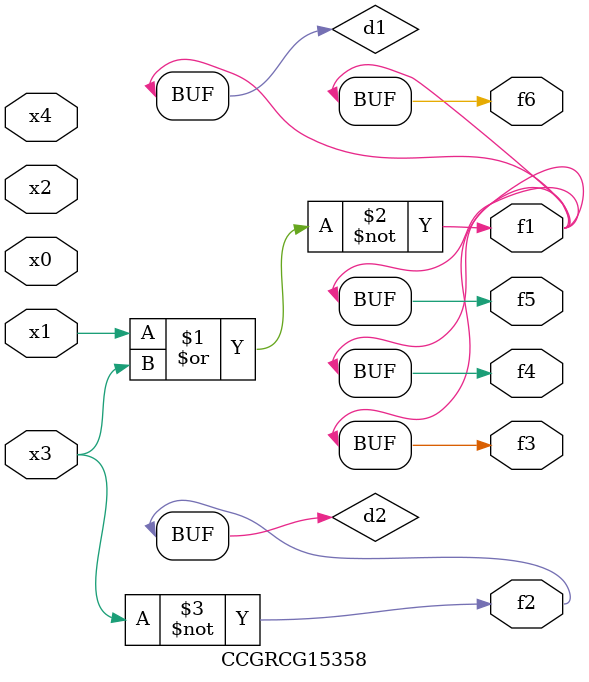
<source format=v>
module CCGRCG15358(
	input x0, x1, x2, x3, x4,
	output f1, f2, f3, f4, f5, f6
);

	wire d1, d2;

	nor (d1, x1, x3);
	not (d2, x3);
	assign f1 = d1;
	assign f2 = d2;
	assign f3 = d1;
	assign f4 = d1;
	assign f5 = d1;
	assign f6 = d1;
endmodule

</source>
